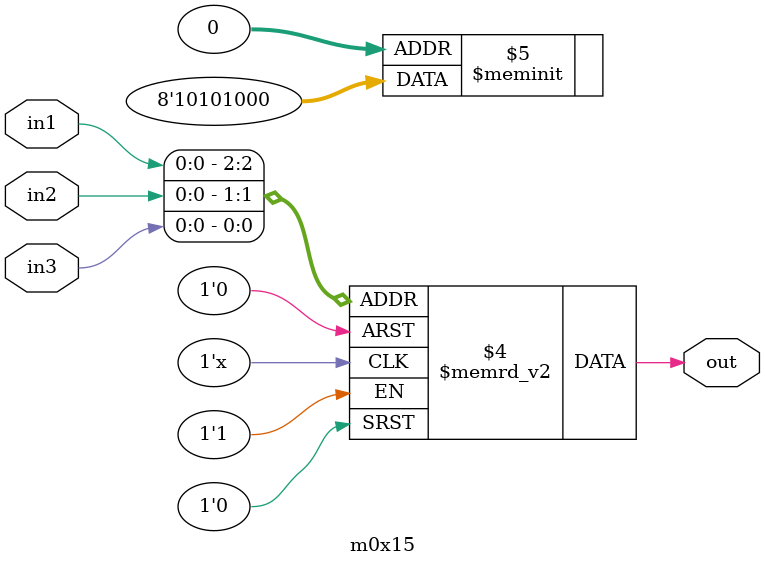
<source format=v>
module m0x15(output out, input in1, in2, in3);

   always @(in1, in2, in3)
     begin
        case({in1, in2, in3})
          3'b000: {out} = 1'b0;
          3'b001: {out} = 1'b0;
          3'b010: {out} = 1'b0;
          3'b011: {out} = 1'b1;
          3'b100: {out} = 1'b0;
          3'b101: {out} = 1'b1;
          3'b110: {out} = 1'b0;
          3'b111: {out} = 1'b1;
        endcase // case ({in1, in2, in3})
     end // always @ (in1, in2, in3)

endmodule // m0x15
</source>
